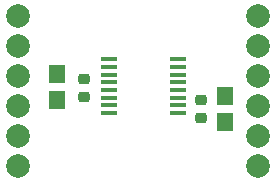
<source format=gts>
G04 #@! TF.GenerationSoftware,KiCad,Pcbnew,7.0.10*
G04 #@! TF.CreationDate,2024-10-11T10:49:22-04:00*
G04 #@! TF.ProjectId,ad5689r,61643536-3839-4722-9e6b-696361645f70,rev?*
G04 #@! TF.SameCoordinates,Original*
G04 #@! TF.FileFunction,Soldermask,Top*
G04 #@! TF.FilePolarity,Negative*
%FSLAX46Y46*%
G04 Gerber Fmt 4.6, Leading zero omitted, Abs format (unit mm)*
G04 Created by KiCad (PCBNEW 7.0.10) date 2024-10-11 10:49:22*
%MOMM*%
%LPD*%
G01*
G04 APERTURE LIST*
G04 Aperture macros list*
%AMRoundRect*
0 Rectangle with rounded corners*
0 $1 Rounding radius*
0 $2 $3 $4 $5 $6 $7 $8 $9 X,Y pos of 4 corners*
0 Add a 4 corners polygon primitive as box body*
4,1,4,$2,$3,$4,$5,$6,$7,$8,$9,$2,$3,0*
0 Add four circle primitives for the rounded corners*
1,1,$1+$1,$2,$3*
1,1,$1+$1,$4,$5*
1,1,$1+$1,$6,$7*
1,1,$1+$1,$8,$9*
0 Add four rect primitives between the rounded corners*
20,1,$1+$1,$2,$3,$4,$5,0*
20,1,$1+$1,$4,$5,$6,$7,0*
20,1,$1+$1,$6,$7,$8,$9,0*
20,1,$1+$1,$8,$9,$2,$3,0*%
G04 Aperture macros list end*
%ADD10R,1.475000X0.450000*%
%ADD11C,2.004000*%
%ADD12RoundRect,0.225000X-0.250000X0.225000X-0.250000X-0.225000X0.250000X-0.225000X0.250000X0.225000X0*%
%ADD13R,1.397000X1.497552*%
%ADD14RoundRect,0.225000X0.250000X-0.225000X0.250000X0.225000X-0.250000X0.225000X-0.250000X-0.225000X0*%
G04 APERTURE END LIST*
D10*
X35568176Y-29087300D03*
X35568176Y-29737300D03*
X35568176Y-30387300D03*
X35568176Y-31037300D03*
X35568176Y-31687300D03*
X35568176Y-32337300D03*
X35568176Y-32987300D03*
X35568176Y-33637300D03*
X41444176Y-33637300D03*
X41444176Y-32987300D03*
X41444176Y-32337300D03*
X41444176Y-31687300D03*
X41444176Y-31037300D03*
X41444176Y-30387300D03*
X41444176Y-29737300D03*
X41444176Y-29087300D03*
D11*
X27940000Y-25400000D03*
X27940000Y-27940000D03*
X27940000Y-30480000D03*
X27940000Y-33020000D03*
X27940000Y-35560000D03*
X27940000Y-38100000D03*
X48260000Y-25400000D03*
X48260000Y-27940000D03*
X48260000Y-30480000D03*
X48260000Y-33020000D03*
X48260000Y-35560000D03*
X48260000Y-38100000D03*
D12*
X43434000Y-32499000D03*
X43434000Y-34049000D03*
D13*
X45466000Y-32168576D03*
X45466000Y-34379424D03*
D14*
X33528000Y-32271000D03*
X33528000Y-30721000D03*
D13*
X31242000Y-32512000D03*
X31242000Y-30301152D03*
M02*

</source>
